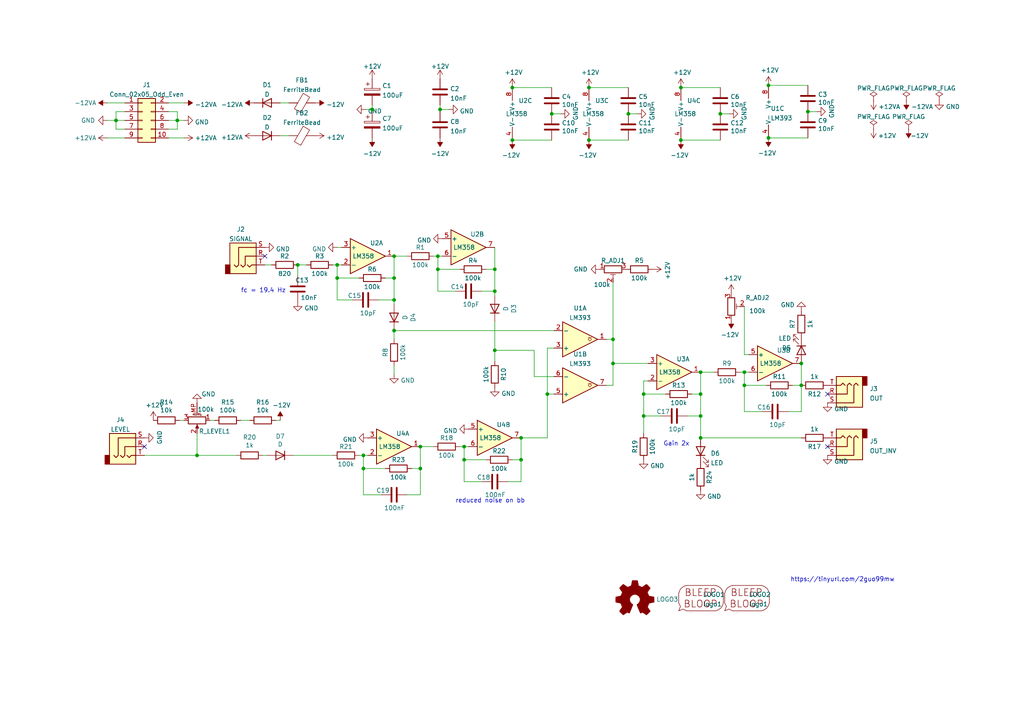
<source format=kicad_sch>
(kicad_sch (version 20211123) (generator eeschema)
  (paper "A4")
  (title_block (company "RobotDialogs"))
  (lib_symbols
    (symbol "Amplifier_Operational:LM358" (pin_names (offset 0.127))
      (property "Reference" "U" (at 0 5.08 0))
      (property "Value" "LM358" (at 0 -5.08 0))
      (symbol "LM358_1_1"
        (pin output line (at 7.62 0 180) (length 2.54) (name "~") (number "1"))
        (pin input line (at -7.62 -2.54 0) (length 2.54) (name "-") (number "2"))
        (pin input line (at -7.62 2.54 0) (length 2.54) (name "+") (number "3"))
      )
      (symbol "LM358_2_1"
        (pin input line (at -7.62 2.54 0) (length 2.54) (name "+") (number "5"))
        (pin input line (at -7.62 -2.54 0) (length 2.54) (name "-") (number "6"))
        (pin output line (at 7.62 0 180) (length 2.54) (name "~") (number "7"))
      )
      (symbol "LM358_3_1"
        (pin power_in line (at -2.54 -7.62 90) (length 3.81) (name "V-") (number "4"))
        (pin power_in line (at -2.54 7.62 270) (length 3.81) (name "V+") (number "8"))
      )
    )
    (symbol "Comparator:LM393" (pin_names (offset 0.127))
      (property "Reference" "U" (at 3.81 3.81 0))
      (property "Value" "LM393" (at 6.35 -3.81 0))
      (symbol "LM393_1_1"
        (pin open_collector line (at 7.62 0 180) (length 2.54) (name "~") (number "1"))
        (pin input line (at -7.62 -2.54 0) (length 2.54) (name "-") (number "2"))
        (pin input line (at -7.62 2.54 0) (length 2.54) (name "+") (number "3"))
      )
      (symbol "LM393_2_1"
        (pin input line (at -7.62 2.54 0) (length 2.54) (name "+") (number "5"))
        (pin input line (at -7.62 -2.54 0) (length 2.54) (name "-") (number "6"))
        (pin open_collector line (at 7.62 0 180) (length 2.54) (name "~") (number "7"))
      )
      (symbol "LM393_3_1"
        (pin power_in line (at -2.54 -7.62 90) (length 3.81) (name "V-") (number "4"))
        (pin power_in line (at -2.54 7.62 270) (length 3.81) (name "V+") (number "8"))
      )
    )
    (symbol "Connector:AudioJack3"
      (property "Reference" "J" (at 0 8.89 0))
      (property "Value" "AudioJack3" (at 0 6.35 0))
      (symbol "AudioJack3_1_1"
        (pin passive line (at 5.08 0 180) (length 2.54) (name "~") (number "R"))
        (pin passive line (at 5.08 2.54 180) (length 2.54) (name "~") (number "S"))
        (pin passive line (at 5.08 -2.54 180) (length 2.54) (name "~") (number "T"))
      )
    )
    (symbol "Connector_Generic:Conn_02x05_Odd_Even" (pin_names (offset 1.016) hide)
      (property "Reference" "J" (at 1.27 7.62 0))
      (property "Value" "Conn_02x05_Odd_Even" (at 1.27 -7.62 0))
      (symbol "Conn_02x05_Odd_Even_1_1"
        (pin passive line (at -5.08 5.08 0) (length 3.81) (name "Pin_1") (number "1"))
        (pin passive line (at 7.62 -5.08 180) (length 3.81) (name "Pin_10") (number "10"))
        (pin passive line (at 7.62 5.08 180) (length 3.81) (name "Pin_2") (number "2"))
        (pin passive line (at -5.08 2.54 0) (length 3.81) (name "Pin_3") (number "3"))
        (pin passive line (at 7.62 2.54 180) (length 3.81) (name "Pin_4") (number "4"))
        (pin passive line (at -5.08 0 0) (length 3.81) (name "Pin_5") (number "5"))
        (pin passive line (at 7.62 0 180) (length 3.81) (name "Pin_6") (number "6"))
        (pin passive line (at -5.08 -2.54 0) (length 3.81) (name "Pin_7") (number "7"))
        (pin passive line (at 7.62 -2.54 180) (length 3.81) (name "Pin_8") (number "8"))
        (pin passive line (at -5.08 -5.08 0) (length 3.81) (name "Pin_9") (number "9"))
      )
    )
    (symbol "Device:C" (pin_numbers hide) (pin_names (offset 0.254))
      (property "Reference" "C" (at 0.635 2.54 0))
      (property "Value" "C" (at 0.635 -2.54 0))
      (symbol "C_1_1"
        (pin passive line (at 0 3.81 270) (length 2.794) (name "~") (number "1"))
        (pin passive line (at 0 -3.81 90) (length 2.794) (name "~") (number "2"))
      )
    )
    (symbol "Device:C_Polarized" (pin_numbers hide) (pin_names (offset 0.254))
      (property "Reference" "C" (at 0.635 2.54 0))
      (property "Value" "C_Polarized" (at 0.635 -2.54 0))
      (symbol "C_Polarized_1_1"
        (pin passive line (at 0 3.81 270) (length 2.794) (name "~") (number "1"))
        (pin passive line (at 0 -3.81 90) (length 2.794) (name "~") (number "2"))
      )
    )
    (symbol "Device:D" (pin_numbers hide) (pin_names (offset 1.016) hide)
      (property "Reference" "D" (at 0 2.54 0))
      (property "Value" "D" (at 0 -2.54 0))
      (symbol "D_1_1"
        (pin passive line (at -3.81 0 0) (length 2.54) (name "K") (number "1"))
        (pin passive line (at 3.81 0 180) (length 2.54) (name "A") (number "2"))
      )
    )
    (symbol "Device:FerriteBead" (pin_numbers hide) (pin_names (offset 0))
      (property "Reference" "FB" (at -3.81 0.635 90))
      (property "Value" "FerriteBead" (at 3.81 0 90))
      (symbol "FerriteBead_1_1"
        (pin passive line (at 0 3.81 270) (length 2.54) (name "~") (number "1"))
        (pin passive line (at 0 -3.81 90) (length 2.54) (name "~") (number "2"))
      )
    )
    (symbol "Device:LED" (pin_numbers hide) (pin_names (offset 1.016) hide)
      (property "Reference" "D" (at 0 2.54 0))
      (property "Value" "LED" (at 0 -2.54 0))
      (symbol "LED_1_1"
        (pin passive line (at -3.81 0 0) (length 2.54) (name "K") (number "1"))
        (pin passive line (at 3.81 0 180) (length 2.54) (name "A") (number "2"))
      )
    )
    (symbol "Device:R" (pin_numbers hide) (pin_names (offset 0))
      (property "Reference" "R" (at 2.032 0 90))
      (property "Value" "R" (at 0 0 90))
      (symbol "R_1_1"
        (pin passive line (at 0 3.81 270) (length 1.27) (name "~") (number "1"))
        (pin passive line (at 0 -3.81 90) (length 1.27) (name "~") (number "2"))
      )
    )
    (symbol "Device:R_Potentiometer_MountingPin" (pin_names (offset 1.016) hide)
      (property "Reference" "RV" (at -8.255 0 90))
      (property "Value" "R_Potentiometer_MountingPin" (at -6.35 0 90))
      (symbol "R_Potentiometer_MountingPin_1_1"
        (text "Mounting" (at -1.651 0 900) (effects (font (size 0.381 0.381))))
        (pin passive line (at 0 3.81 270) (length 1.27) (name "1") (number "1"))
        (pin passive line (at 3.81 0 180) (length 1.27) (name "2") (number "2"))
        (pin passive line (at 0 -3.81 90) (length 1.27) (name "3") (number "3"))
        (pin passive line (at -5.08 0 0) (length 3.048) (name "MountPin") (number "MP"))
      )
    )
    (symbol "Device:R_Potentiometer_Trim" (pin_names (offset 1.016) hide)
      (property "Reference" "RV" (at -4.445 0 90))
      (property "Value" "R_Potentiometer_Trim" (at -2.54 0 90))
      (symbol "R_Potentiometer_Trim_1_1"
        (pin passive line (at 0 3.81 270) (length 1.27) (name "1") (number "1"))
        (pin passive line (at 3.81 0 180) (length 1.27) (name "2") (number "2"))
        (pin passive line (at 0 -3.81 90) (length 1.27) (name "3") (number "3"))
      )
    )
    (symbol "My Stuff:Logo_Open_Hardware_Small" (pin_names (offset 1.016))
      (property "Reference" "LOGO1" (at 0 6.985 0))
    )
    (symbol "My Stuff:logo1" (pin_names (offset 1.016))
      (property "Reference" "LOGO" (at 0 -4.826 0))
      (property "Value" "logo1" (at 0 4.826 0))
      (symbol "logo1_0_0"
        (text "" (at -1.27 1.27 0) (effects (font (size 1.27 1.27))))
        (text "BLEEP" (at 0 1.524 0) (effects (font (size 2 2))))
        (text "BLOOP" (at 0 -1.778 0) (effects (font (size 2 2))))
      )
    )
    (symbol "power:+12V" (power) (pin_names (offset 0))
      (property "Value" "+12V" (at 0 3.556 0))
      (symbol "+12V_1_1"
        (pin power_in line (at 0 0 90) (length 0) hide (name "+12V") (number "1"))
      )
    )
    (symbol "power:+12VA" (power) (pin_names (offset 0))
      (property "Value" "+12VA" (at 0 3.556 0))
      (symbol "+12VA_1_1"
        (pin power_in line (at 0 0 90) (length 0) hide (name "+12VA") (number "1"))
      )
    )
    (symbol "power:-12V" (power) (pin_names (offset 0))
      (property "Value" "-12V" (at 0 3.81 0))
      (symbol "-12V_0_0"
        (pin power_in line (at 0 0 90) (length 0) hide (name "-12V") (number "1"))
      )
    )
    (symbol "power:-12VA" (power) (pin_names (offset 0))
      (property "Value" "-12VA" (at 0 3.556 0))
      (symbol "-12VA_0_0"
        (pin power_in line (at 0 0 90) (length 0) hide (name "-12VA") (number "1"))
      )
    )
    (symbol "power:GND" (power) (pin_names (offset 0))
      (property "Value" "GND" (at 0 -3.81 0))
      (symbol "GND_1_1"
        (pin power_in line (at 0 0 270) (length 0) hide (name "GND") (number "1"))
      )
    )
    (symbol "power:PWR_FLAG" (power) (pin_numbers hide) (pin_names (offset 0) hide)
      (property "Value" "PWR_FLAG" (at 0 3.81 0))
      (symbol "PWR_FLAG_0_0"
        (pin power_out line (at 0 0 90) (length 0) (name "pwr") (number "1"))
      )
    )
  )
  (junction (at 51.435 34.925))
  (junction (at 114.3 80.645))
  (junction (at 170.815 40.64))
  (junction (at 203.2 107.95))
  (junction (at 105.41 135.89))
  (junction (at 215.9 107.95))
  (junction (at 177.8 105.41))
  (junction (at 232.41 105.41))
  (junction (at 186.69 114.3))
  (junction (at 143.51 84.455))
  (junction (at 197.485 40.64))
  (junction (at 151.13 133.35))
  (junction (at 148.59 25.4))
  (junction (at 222.885 24.765))
  (junction (at 134.62 129.54))
  (junction (at 203.2 114.3))
  (junction (at 134.62 133.35))
  (junction (at 105.41 132.08))
  (junction (at 158.75 114.3))
  (junction (at 114.3 86.995))
  (junction (at 160.02 33.02))
  (junction (at 151.13 127))
  (junction (at 114.3 74.295))
  (junction (at 148.59 40.64))
  (junction (at 33.655 34.925))
  (junction (at 121.92 129.54))
  (junction (at 203.2 127))
  (junction (at 232.41 111.76))
  (junction (at 127.635 31.75))
  (junction (at 57.15 132.08))
  (junction (at 127 74.295))
  (junction (at 215.9 111.76))
  (junction (at 203.2 120.65))
  (junction (at 97.79 76.835))
  (junction (at 107.95 31.75))
  (junction (at 208.915 33.02))
  (junction (at 97.79 80.645))
  (junction (at 177.8 98.425))
  (junction (at 86.36 76.835))
  (junction (at 114.3 95.885))
  (junction (at 186.69 120.65))
  (junction (at 197.485 25.4))
  (junction (at 121.92 135.89))
  (junction (at 127 78.105))
  (junction (at 143.51 101.6))
  (junction (at 170.815 25.4))
  (junction (at 222.885 40.005))
  (junction (at 234.315 32.385))
  (junction (at 143.51 78.105))
  (junction (at 182.245 33.02))
  (no_connect (at 41.91 129.54))
  (no_connect (at 240.03 114.3))
  (no_connect (at 240.03 129.54))
  (no_connect (at 76.835 74.295))
  (wire (pts (xy 127 74.295) (xy 128.27 74.295)))
  (wire (pts (xy 81.28 29.845) (xy 83.82 29.845)))
  (wire (pts (xy 110.49 143.51) (xy 105.41 143.51)))
  (wire (pts (xy 139.7 84.455) (xy 143.51 84.455)))
  (wire (pts (xy 214.63 107.95) (xy 215.9 107.95)))
  (wire (pts (xy 217.17 102.87) (xy 215.9 102.87)))
  (wire (pts (xy 147.32 139.7) (xy 151.13 139.7)))
  (wire (pts (xy 151.13 133.35) (xy 148.59 133.35)))
  (wire (pts (xy 121.92 135.89) (xy 119.38 135.89)))
  (wire (pts (xy 107.95 31.75) (xy 107.95 32.385)))
  (wire (pts (xy 186.69 120.65) (xy 186.69 114.3)))
  (wire (pts (xy 106.045 31.75) (xy 107.95 31.75)))
  (wire (pts (xy 222.885 40.005) (xy 234.315 40.005)))
  (wire (pts (xy 114.3 86.995) (xy 114.3 80.645)))
  (wire (pts (xy 177.8 81.915) (xy 177.8 98.425)))
  (wire (pts (xy 118.11 143.51) (xy 121.92 143.51)))
  (wire (pts (xy 104.14 132.08) (xy 105.41 132.08)))
  (wire (pts (xy 182.245 33.02) (xy 184.785 33.02)))
  (wire (pts (xy 151.13 127) (xy 158.75 127)))
  (wire (pts (xy 143.51 101.6) (xy 143.51 104.775)))
  (wire (pts (xy 151.13 139.7) (xy 151.13 133.35)))
  (wire (pts (xy 151.13 127) (xy 151.13 133.35)))
  (wire (pts (xy 197.485 40.64) (xy 208.915 40.64)))
  (wire (pts (xy 158.75 100.965) (xy 158.75 114.3)))
  (wire (pts (xy 175.895 98.425) (xy 177.8 98.425)))
  (wire (pts (xy 33.655 32.385) (xy 33.655 34.925)))
  (wire (pts (xy 36.195 32.385) (xy 33.655 32.385)))
  (wire (pts (xy 234.315 32.385) (xy 236.855 32.385)))
  (wire (pts (xy 51.435 34.925) (xy 51.435 37.465)))
  (wire (pts (xy 193.04 114.3) (xy 186.69 114.3)))
  (wire (pts (xy 104.14 80.645) (xy 97.79 80.645)))
  (wire (pts (xy 97.79 80.645) (xy 97.79 76.835)))
  (wire (pts (xy 143.51 78.105) (xy 140.97 78.105)))
  (wire (pts (xy 127 84.455) (xy 127 78.105)))
  (wire (pts (xy 158.75 114.3) (xy 158.75 127)))
  (wire (pts (xy 134.62 129.54) (xy 135.89 129.54)))
  (wire (pts (xy 143.51 84.455) (xy 143.51 78.105)))
  (wire (pts (xy 148.59 25.4) (xy 160.02 25.4)))
  (wire (pts (xy 127.635 31.75) (xy 130.175 31.75)))
  (wire (pts (xy 222.25 111.76) (xy 215.9 111.76)))
  (wire (pts (xy 41.91 132.08) (xy 57.15 132.08)))
  (wire (pts (xy 197.485 25.4) (xy 208.915 25.4)))
  (wire (pts (xy 114.3 95.885) (xy 160.655 95.885)))
  (wire (pts (xy 105.41 132.08) (xy 106.68 132.08)))
  (wire (pts (xy 81.28 121.92) (xy 80.01 121.92)))
  (wire (pts (xy 105.41 143.51) (xy 105.41 135.89)))
  (wire (pts (xy 31.115 29.845) (xy 36.195 29.845)))
  (wire (pts (xy 215.9 107.95) (xy 217.17 107.95)))
  (wire (pts (xy 186.69 110.49) (xy 187.96 110.49)))
  (wire (pts (xy 208.915 33.02) (xy 211.455 33.02)))
  (wire (pts (xy 170.815 25.4) (xy 182.245 25.4)))
  (wire (pts (xy 154.94 109.22) (xy 154.94 101.6)))
  (wire (pts (xy 114.3 74.295) (xy 114.3 80.645)))
  (wire (pts (xy 177.8 105.41) (xy 177.8 111.76)))
  (wire (pts (xy 114.3 108.585) (xy 114.3 106.045)))
  (wire (pts (xy 160.02 33.02) (xy 162.56 33.02)))
  (wire (pts (xy 33.655 34.925) (xy 36.195 34.925)))
  (wire (pts (xy 114.3 80.645) (xy 111.76 80.645)))
  (wire (pts (xy 69.85 121.92) (xy 72.39 121.92)))
  (wire (pts (xy 228.6 119.38) (xy 232.41 119.38)))
  (wire (pts (xy 57.15 132.08) (xy 68.58 132.08)))
  (wire (pts (xy 177.8 111.76) (xy 175.895 111.76)))
  (wire (pts (xy 127 78.105) (xy 127 74.295)))
  (wire (pts (xy 86.36 76.835) (xy 88.9 76.835)))
  (wire (pts (xy 121.92 143.51) (xy 121.92 135.89)))
  (wire (pts (xy 177.8 98.425) (xy 177.8 105.41)))
  (wire (pts (xy 109.855 86.995) (xy 114.3 86.995)))
  (wire (pts (xy 203.2 127) (xy 203.2 120.65)))
  (wire (pts (xy 132.08 84.455) (xy 127 84.455)))
  (wire (pts (xy 232.41 105.41) (xy 232.41 111.76)))
  (wire (pts (xy 140.97 133.35) (xy 134.62 133.35)))
  (wire (pts (xy 48.895 29.845) (xy 53.34 29.845)))
  (wire (pts (xy 48.895 32.385) (xy 51.435 32.385)))
  (wire (pts (xy 33.655 34.925) (xy 33.655 37.465)))
  (wire (pts (xy 232.41 119.38) (xy 232.41 111.76)))
  (wire (pts (xy 127.635 31.75) (xy 127.635 32.385)))
  (wire (pts (xy 51.435 34.925) (xy 53.34 34.925)))
  (wire (pts (xy 97.79 76.835) (xy 99.06 76.835)))
  (wire (pts (xy 121.92 129.54) (xy 125.73 129.54)))
  (wire (pts (xy 203.2 120.65) (xy 203.2 114.3)))
  (wire (pts (xy 133.35 129.54) (xy 134.62 129.54)))
  (wire (pts (xy 76.2 132.08) (xy 77.47 132.08)))
  (wire (pts (xy 51.435 32.385) (xy 51.435 34.925)))
  (wire (pts (xy 111.76 135.89) (xy 105.41 135.89)))
  (wire (pts (xy 215.9 102.87) (xy 215.9 88.9)))
  (wire (pts (xy 232.41 127) (xy 203.2 127)))
  (wire (pts (xy 81.28 39.37) (xy 83.82 39.37)))
  (wire (pts (xy 51.435 37.465) (xy 48.895 37.465)))
  (wire (pts (xy 97.79 71.755) (xy 99.06 71.755)))
  (wire (pts (xy 133.35 78.105) (xy 127 78.105)))
  (wire (pts (xy 114.3 95.885) (xy 114.3 98.425)))
  (wire (pts (xy 52.07 121.92) (xy 53.34 121.92)))
  (wire (pts (xy 143.51 93.345) (xy 143.51 101.6)))
  (wire (pts (xy 177.8 105.41) (xy 187.96 105.41)))
  (wire (pts (xy 114.3 74.295) (xy 118.11 74.295)))
  (wire (pts (xy 102.235 86.995) (xy 97.79 86.995)))
  (wire (pts (xy 97.79 86.995) (xy 97.79 80.645)))
  (wire (pts (xy 57.15 125.73) (xy 57.15 132.08)))
  (wire (pts (xy 127.635 30.48) (xy 127.635 31.75)))
  (wire (pts (xy 33.655 37.465) (xy 36.195 37.465)))
  (wire (pts (xy 160.655 109.22) (xy 154.94 109.22)))
  (wire (pts (xy 143.51 85.725) (xy 143.51 84.455)))
  (wire (pts (xy 114.3 88.265) (xy 114.3 86.995)))
  (wire (pts (xy 203.2 114.3) (xy 200.66 114.3)))
  (wire (pts (xy 203.2 107.95) (xy 203.2 114.3)))
  (wire (pts (xy 134.62 139.7) (xy 139.7 139.7)))
  (wire (pts (xy 186.69 125.73) (xy 186.69 120.65)))
  (wire (pts (xy 48.895 40.005) (xy 53.34 40.005)))
  (wire (pts (xy 76.835 76.835) (xy 78.74 76.835)))
  (wire (pts (xy 105.41 135.89) (xy 105.41 132.08)))
  (wire (pts (xy 191.77 120.65) (xy 186.69 120.65)))
  (wire (pts (xy 160.655 100.965) (xy 158.75 100.965)))
  (wire (pts (xy 186.69 114.3) (xy 186.69 110.49)))
  (wire (pts (xy 31.115 34.925) (xy 33.655 34.925)))
  (wire (pts (xy 170.815 40.64) (xy 182.245 40.64)))
  (wire (pts (xy 220.98 119.38) (xy 215.9 119.38)))
  (wire (pts (xy 86.36 80.01) (xy 86.36 76.835)))
  (wire (pts (xy 85.09 132.08) (xy 96.52 132.08)))
  (wire (pts (xy 215.9 111.76) (xy 215.9 107.95)))
  (wire (pts (xy 158.75 114.3) (xy 160.655 114.3)))
  (wire (pts (xy 143.51 71.755) (xy 143.51 78.105)))
  (wire (pts (xy 148.59 40.64) (xy 160.02 40.64)))
  (wire (pts (xy 121.92 129.54) (xy 121.92 135.89)))
  (wire (pts (xy 134.62 133.35) (xy 134.62 129.54)))
  (wire (pts (xy 199.39 120.65) (xy 203.2 120.65)))
  (wire (pts (xy 222.885 24.765) (xy 234.315 24.765)))
  (wire (pts (xy 48.895 34.925) (xy 51.435 34.925)))
  (wire (pts (xy 36.195 40.005) (xy 31.115 40.005)))
  (wire (pts (xy 203.2 107.95) (xy 207.01 107.95)))
  (wire (pts (xy 232.41 111.76) (xy 229.87 111.76)))
  (wire (pts (xy 154.94 101.6) (xy 143.51 101.6)))
  (wire (pts (xy 96.52 76.835) (xy 97.79 76.835)))
  (wire (pts (xy 125.73 74.295) (xy 127 74.295)))
  (wire (pts (xy 107.95 30.48) (xy 107.95 31.75)))
  (wire (pts (xy 134.62 139.7) (xy 134.62 133.35)))
  (wire (pts (xy 215.9 119.38) (xy 215.9 111.76)))
  (wire (pts (xy 60.96 121.92) (xy 62.23 121.92)))
  (text "fc = 19.4 Hz" (at 69.85 85.09 0) (effects (font (size 1.27 1.27)) (justify left bottom)))
  (text "reduced noise on bb" (at 132.08 146.05 0) (effects (font (size 1.27 1.27)) (justify left bottom)))
  (text "Gain 2x" (at 192.405 129.54 0) (effects (font (size 1.27 1.27)) (justify left bottom)))
  (text "https://tinyurl.com/2guo99mw" (at 229.235 168.91 0) (effects (font (size 1.27 1.27)) (justify left bottom)))
  (symbol (lib_id "power:GND") (at 128.27 69.215 270) (unit 1)
    (property "Reference" "#PWR034" (effects hide))
    (property "Value" "GND" (at 125.0951 69.694 90) (effects (justify right)))
  )
  (symbol (lib_id "Connector:AudioJack3") (at 71.755 74.295 0) (unit 1)
    (property "Reference" "J2" (at 69.85 66.5185 0))
    (property "Value" "SIGNAL" (at 69.85 69.2936 0))
    (property "Footprint" "My Stuff:Jack_3.5mm_MJ-355W_Vertical" (effects hide))
  )
  (symbol (lib_id "power:-12V") (at 197.485 40.64 180) (unit 1)
    (property "Reference" "#PWR033" (effects hide))
    (property "Value" "-12V" (at 197.104 45.0342 0))
  )
  (symbol (lib_id "Device:D") (at 77.47 29.845 0) (unit 1)
    (property "Reference" "D1" (at 77.47 24.6085 0))
    (property "Value" "D" (at 77.47 27.3836 0))
    (property "Footprint" "Diode_THT:D_A-405_P2.54mm_Vertical_KathodeUp" (effects hide))
  )
  (symbol (lib_id "Amplifier_Operational:LM358") (at 224.79 105.41 0) (unit 2)
    (property "Reference" "U3" (at 227.33 101.6 0))
    (property "Value" "LM358" (at 223.52 105.41 0))
    (property "Footprint" "Package_DIP:DIP-8_W7.62mm_Socket_LongPads" (effects hide))
    (property "Datasheet" "http://www.ti.com/lit/ds/symlink/lm2904-n.pdf" (effects hide))
  )
  (symbol (lib_id "Device:C_Polarized") (at 107.95 26.67 0) (unit 1)
    (property "Reference" "C1" (at 110.871 24.8725 0) (effects (justify left)))
    (property "Value" "100uF" (at 110.871 27.6476 0) (effects (justify left)))
    (property "Footprint" "Capacitor_THT:CP_Radial_D5.0mm_P2.50mm" (effects hide))
  )
  (symbol (lib_id "power:GND") (at 186.69 133.35 0) (unit 1)
    (property "Reference" "#PWR053" (effects hide))
    (property "Value" "GND" (at 188.595 135.099 0) (effects (justify left)))
  )
  (symbol (lib_id "power:GND") (at 97.79 71.755 270) (unit 1)
    (property "Reference" "#PWR036" (effects hide))
    (property "Value" "GND" (at 94.6151 72.234 90) (effects (justify right)))
  )
  (symbol (lib_id "power:+12VA") (at 31.115 40.005 90) (unit 1)
    (property "Reference" "#PWR026" (effects hide))
    (property "Value" "+12VA" (at 21.59 40.005 90) (effects (justify right)))
  )
  (symbol (lib_id "Device:R") (at 114.3 102.235 0) (unit 1)
    (property "Reference" "R8" (at 111.76 102.235 90))
    (property "Value" "100k" (at 116.84 102.235 90))
    (property "Footprint" "Resistor_SMD:R_1206_3216Metric_Pad1.30x1.75mm_HandSolder" (effects hide))
  )
  (symbol (lib_id "Device:D") (at 81.28 132.08 180) (unit 1)
    (property "Reference" "D7" (at 81.28 126.5682 0))
    (property "Value" "D" (at 81.28 128.8796 0))
    (property "Footprint" "Diode_THT:D_A-405_P2.54mm_Vertical_KathodeUp" (effects hide))
  )
  (symbol (lib_id "Device:C") (at 182.245 29.21 180) (unit 1)
    (property "Reference" "C5" (at 185.166 28.0416 0) (effects (justify right)))
    (property "Value" "10nF" (at 185.166 30.353 0) (effects (justify right)))
    (property "Footprint" "Capacitor_SMD:C_1206_3216Metric_Pad1.33x1.80mm_HandSolder" (effects hide))
  )
  (symbol (lib_id "power:-12VA") (at 262.89 29.21 180) (unit 1)
    (property "Reference" "#PWR08" (effects hide))
    (property "Value" "-12VA" (at 264.287 30.959 0) (effects (justify right)))
  )
  (symbol (lib_id "Device:R_Potentiometer_Trim") (at 212.09 88.9 0) (mirror x) (unit 1)
    (property "Reference" "R_ADJ2" (at 219.71 86.36 0))
    (property "Value" "100k" (at 219.71 90.17 0))
    (property "Footprint" "Potentiometer_THT:Potentiometer_Bourns_3296W_Vertical" (effects hide))
  )
  (symbol (lib_id "power:+12V") (at 107.95 22.86 0) (unit 1)
    (property "Reference" "#PWR01" (effects hide))
    (property "Value" "+12V" (at 107.95 19.2555 0))
  )
  (symbol (lib_id "Connector_Generic:Conn_02x05_Odd_Even") (at 41.275 34.925 0) (unit 1)
    (property "Reference" "J1" (at 42.545 24.6085 0))
    (property "Value" "Conn_02x05_Odd_Even" (at 42.545 27.3836 0))
    (property "Footprint" "Connector_IDC:IDC-Header_2x05_P2.54mm_Vertical" (effects hide))
  )
  (symbol (lib_id "Device:C") (at 127.635 26.67 0) (unit 1)
    (property "Reference" "C2" (at 130.556 25.7615 0) (effects (justify left)))
    (property "Value" "10nF" (at 130.556 28.5366 0) (effects (justify left)))
    (property "Footprint" "Capacitor_SMD:C_1206_3216Metric_Pad1.33x1.80mm_HandSolder" (effects hide))
  )
  (symbol (lib_id "Device:C") (at 135.89 84.455 270) (unit 1)
    (property "Reference" "C14" (at 134.62 83.185 90) (effects (justify right)))
    (property "Value" "10pF" (at 139.065 88.265 90) (effects (justify right)))
    (property "Footprint" "Capacitor_SMD:C_1206_3216Metric_Pad1.33x1.80mm_HandSolder" (effects hide))
  )
  (symbol (lib_id "Device:C") (at 160.02 36.83 180) (unit 1)
    (property "Reference" "C10" (at 162.941 35.6616 0) (effects (justify right)))
    (property "Value" "10nF" (at 162.941 37.973 0) (effects (justify right)))
    (property "Footprint" "Capacitor_SMD:C_1206_3216Metric_Pad1.33x1.80mm_HandSolder" (effects hide))
  )
  (symbol (lib_id "My Stuff:Logo_Open_Hardware_Small") (at 184.15 173.99 0) (unit 1)
    (property "Reference" "LOGO3" (at 190.3476 173.834 0) (effects (justify left)))
    (property "Value" "Logo_Open_Hardware_Small" (effects hide))
    (property "Footprint" "Symbol:OSHW-Symbol_6.7x6mm_SilkScreen" (effects hide))
  )
  (symbol (lib_id "power:-12V") (at 107.95 40.005 180) (unit 1)
    (property "Reference" "#PWR028" (effects hide))
    (property "Value" "-12V" (at 107.95 44.5675 0))
  )
  (symbol (lib_id "power:+12V") (at 91.44 39.37 270) (unit 1)
    (property "Reference" "#PWR025" (effects hide))
    (property "Value" "+12V" (at 94.615 39.849 90) (effects (justify left)))
  )
  (symbol (lib_id "Device:R_Potentiometer_Trim") (at 177.8 78.105 90) (mirror x) (unit 1)
    (property "Reference" "R_ADJ1" (at 177.8 75.565 90))
    (property "Value" "100k" (at 174.625 82.55 90))
    (property "Footprint" "Potentiometer_THT:Potentiometer_Bourns_3296W_Vertical" (effects hide))
  )
  (symbol (lib_id "power:-12V") (at 148.59 40.64 180) (unit 1)
    (property "Reference" "#PWR031" (effects hide))
    (property "Value" "-12V" (at 148.209 45.0342 0))
  )
  (symbol (lib_id "Device:R") (at 203.2 138.43 180) (unit 1)
    (property "Reference" "R24" (at 205.74 138.43 90))
    (property "Value" "1k" (at 200.66 138.43 90))
    (property "Footprint" "Resistor_SMD:R_1206_3216Metric_Pad1.30x1.75mm_HandSolder" (effects hide))
  )
  (symbol (lib_id "power:-12V") (at 170.815 40.64 180) (unit 1)
    (property "Reference" "#PWR032" (effects hide))
    (property "Value" "-12V" (at 170.434 45.0342 0))
  )
  (symbol (lib_id "power:-12VA") (at 31.115 29.845 90) (unit 1)
    (property "Reference" "#PWR010" (effects hide))
    (property "Value" "-12VA" (at 21.59 29.845 90) (effects (justify right)))
  )
  (symbol (lib_id "Device:C") (at 182.245 36.83 180) (unit 1)
    (property "Reference" "C11" (at 185.166 35.6616 0) (effects (justify right)))
    (property "Value" "10nF" (at 185.166 37.973 0) (effects (justify right)))
    (property "Footprint" "Capacitor_SMD:C_1206_3216Metric_Pad1.33x1.80mm_HandSolder" (effects hide))
  )
  (symbol (lib_id "power:GND") (at 236.855 32.385 90) (unit 1)
    (property "Reference" "#PWR016" (effects hide))
    (property "Value" "GND" (at 241.2492 32.258 0))
  )
  (symbol (lib_id "power:-12V") (at 263.525 37.465 180) (unit 1)
    (property "Reference" "#PWR023" (effects hide))
    (property "Value" "-12V" (at 266.7 39.37 0))
  )
  (symbol (lib_id "power:GND") (at 162.56 33.02 90) (unit 1)
    (property "Reference" "#PWR017" (effects hide))
    (property "Value" "GND" (at 166.9542 32.893 0))
  )
  (symbol (lib_id "power:GND") (at 143.51 112.395 0) (unit 1)
    (property "Reference" "#PWR044" (effects hide))
    (property "Value" "GND" (at 145.415 114.144 0) (effects (justify left)))
  )
  (symbol (lib_id "Device:R") (at 232.41 93.98 0) (unit 1)
    (property "Reference" "R7" (at 229.87 93.98 90))
    (property "Value" "1k" (at 234.95 93.98 90))
    (property "Footprint" "Resistor_SMD:R_1206_3216Metric_Pad1.30x1.75mm_HandSolder" (effects hide))
  )
  (symbol (lib_id "Device:C_Polarized") (at 107.95 36.195 0) (unit 1)
    (property "Reference" "C7" (at 110.871 34.3975 0) (effects (justify left)))
    (property "Value" "100uF" (at 110.871 37.1726 0) (effects (justify left)))
    (property "Footprint" "Capacitor_THT:CP_Radial_D5.0mm_P2.50mm" (effects hide))
  )
  (symbol (lib_id "Device:R") (at 236.22 111.76 90) (unit 1)
    (property "Reference" "R12" (at 236.22 114.3 90))
    (property "Value" "1k" (at 236.22 109.22 90))
    (property "Footprint" "Resistor_SMD:R_1206_3216Metric_Pad1.30x1.75mm_HandSolder" (effects hide))
  )
  (symbol (lib_id "power:PWR_FLAG") (at 253.365 37.465 0) (unit 1)
    (property "Reference" "#FLG04" (effects hide))
    (property "Value" "PWR_FLAG" (at 253.365 33.8605 0))
  )
  (symbol (lib_id "power:GND") (at 240.03 132.08 0) (unit 1)
    (property "Reference" "#PWR052" (effects hide))
    (property "Value" "GND" (at 241.935 133.829 0) (effects (justify left)))
  )
  (symbol (lib_id "Amplifier_Operational:LM358") (at 143.51 127 0) (unit 2)
    (property "Reference" "U4" (at 146.05 123.19 0))
    (property "Value" "LM358" (at 142.24 127 0))
    (property "Footprint" "Package_DIP:DIP-8_W7.62mm_Socket_LongPads" (effects hide))
    (property "Datasheet" "http://www.ti.com/lit/ds/symlink/lm2904-n.pdf" (effects hide))
  )
  (symbol (lib_id "Device:C") (at 127.635 36.195 0) (unit 1)
    (property "Reference" "C8" (at 130.556 35.2865 0) (effects (justify left)))
    (property "Value" "10nF" (at 130.556 38.0616 0) (effects (justify left)))
    (property "Footprint" "Capacitor_SMD:C_1206_3216Metric_Pad1.33x1.80mm_HandSolder" (effects hide))
  )
  (symbol (lib_id "power:+12V") (at 44.45 121.92 0) (unit 1)
    (property "Reference" "#PWR047" (effects hide))
    (property "Value" "+12V" (at 44.831 117.5258 0))
  )
  (symbol (lib_id "Device:FerriteBead") (at 87.63 29.845 90) (unit 1)
    (property "Reference" "FB1" (at 87.5792 23.2369 90))
    (property "Value" "FerriteBead" (at 87.5792 26.012 90))
    (property "Footprint" "Inductor_THT:L_Axial_L6.6mm_D2.7mm_P2.54mm_Vertical_Vishay_IM-2" (effects hide))
  )
  (symbol (lib_id "Device:R") (at 210.82 107.95 270) (unit 1)
    (property "Reference" "R9" (at 210.82 105.41 90))
    (property "Value" "100k" (at 210.82 110.49 90))
    (property "Footprint" "Resistor_SMD:R_1206_3216Metric_Pad1.30x1.75mm_HandSolder" (effects hide))
  )
  (symbol (lib_id "Device:C") (at 224.79 119.38 270) (unit 1)
    (property "Reference" "C16" (at 223.52 118.11 90) (effects (justify right)))
    (property "Value" "10pF" (at 227.965 123.19 90) (effects (justify right)))
    (property "Footprint" "Capacitor_SMD:C_1206_3216Metric_Pad1.33x1.80mm_HandSolder" (effects hide))
  )
  (symbol (lib_id "power:GND") (at 106.68 127 270) (unit 1)
    (property "Reference" "#PWR051" (effects hide))
    (property "Value" "GND" (at 103.5051 127.479 90) (effects (justify right)))
  )
  (symbol (lib_id "power:+12V") (at 212.09 85.09 0) (unit 1)
    (property "Reference" "#PWR039" (effects hide))
    (property "Value" "+12V" (at 212.471 80.6958 0))
  )
  (symbol (lib_id "Device:R") (at 72.39 132.08 90) (unit 1)
    (property "Reference" "R20" (at 72.39 126.8222 90))
    (property "Value" "1k" (at 72.39 129.1336 90))
    (property "Footprint" "Resistor_SMD:R_1206_3216Metric_Pad1.30x1.75mm_HandSolder" (effects hide))
  )
  (symbol (lib_id "Device:C") (at 160.02 29.21 180) (unit 1)
    (property "Reference" "C4" (at 162.941 28.0416 0) (effects (justify right)))
    (property "Value" "10nF" (at 162.941 30.353 0) (effects (justify right)))
    (property "Footprint" "Capacitor_SMD:C_1206_3216Metric_Pad1.33x1.80mm_HandSolder" (effects hide))
  )
  (symbol (lib_id "Amplifier_Operational:LM358") (at 135.89 71.755 0) (unit 2)
    (property "Reference" "U2" (at 138.43 67.945 0))
    (property "Value" "LM358" (at 134.62 71.755 0))
    (property "Footprint" "Package_DIP:DIP-8_W7.62mm_Socket_LongPads" (effects hide))
    (property "Datasheet" "http://www.ti.com/lit/ds/symlink/lm2904-n.pdf" (effects hide))
  )
  (symbol (lib_id "Device:R") (at 100.33 132.08 270) (unit 1)
    (property "Reference" "R21" (at 100.33 129.54 90))
    (property "Value" "100k" (at 100.33 134.62 90))
    (property "Footprint" "Resistor_SMD:R_1206_3216Metric_Pad1.30x1.75mm_HandSolder" (effects hide))
  )
  (symbol (lib_id "power:GND") (at 57.15 116.84 180) (unit 1)
    (property "Reference" "#PWR045" (effects hide))
    (property "Value" "GND" (at 58.42 114.3 0) (effects (justify right)))
  )
  (symbol (lib_id "power:+12V") (at 253.365 37.465 180) (unit 1)
    (property "Reference" "#PWR022" (effects hide))
    (property "Value" "+12V" (at 254.635 39.37 0) (effects (justify right)))
  )
  (symbol (lib_id "Device:C") (at 195.58 120.65 270) (unit 1)
    (property "Reference" "C17" (at 194.31 119.38 90) (effects (justify right)))
    (property "Value" "10pF" (at 198.755 124.46 90) (effects (justify right)))
    (property "Footprint" "Capacitor_SMD:C_1206_3216Metric_Pad1.33x1.80mm_HandSolder" (effects hide))
  )
  (symbol (lib_id "Amplifier_Operational:LM358") (at 200.025 33.02 0) (unit 3)
    (property "Reference" "U4" (at 201.295 29.21 0))
    (property "Value" "LM358" (at 198.755 33.02 0))
    (property "Footprint" "Package_DIP:DIP-8_W7.62mm_Socket_LongPads" (effects hide))
    (property "Datasheet" "http://www.ti.com/lit/ds/symlink/lm2904-n.pdf" (effects hide))
  )
  (symbol (lib_id "Device:C") (at 143.51 139.7 270) (unit 1)
    (property "Reference" "C18" (at 142.24 138.43 90) (effects (justify right)))
    (property "Value" "100nF" (at 146.685 143.51 90) (effects (justify right)))
    (property "Footprint" "Capacitor_SMD:C_1206_3216Metric_Pad1.33x1.80mm_HandSolder" (effects hide))
  )
  (symbol (lib_id "Comparator:LM393") (at 168.275 98.425 0) (mirror x) (unit 1)
    (property "Reference" "U1" (at 168.275 89.3785 0))
    (property "Value" "LM393" (at 168.275 92.1536 0))
    (property "Footprint" "Package_DIP:DIP-8_W7.62mm_Socket_LongPads" (effects hide))
    (property "Datasheet" "http://www.ti.com/lit/ds/symlink/lm393.pdf" (effects hide))
  )
  (symbol (lib_id "power:+12V") (at 189.23 78.105 270) (unit 1)
    (property "Reference" "#PWR038" (effects hide))
    (property "Value" "+12V" (at 193.6242 78.486 0))
  )
  (symbol (lib_id "Device:R") (at 76.2 121.92 90) (unit 1)
    (property "Reference" "R16" (at 76.2 116.6622 90))
    (property "Value" "10k" (at 76.2 118.9736 90))
    (property "Footprint" "Resistor_SMD:R_1206_3216Metric_Pad1.30x1.75mm_HandSolder" (effects hide))
  )
  (symbol (lib_id "Device:R") (at 185.42 78.105 270) (unit 1)
    (property "Reference" "R5" (at 185.42 75.565 90))
    (property "Value" "100k" (at 185.42 80.645 90))
    (property "Footprint" "Resistor_SMD:R_1206_3216Metric_Pad1.30x1.75mm_HandSolder" (effects hide))
  )
  (symbol (lib_id "Device:R") (at 48.26 121.92 90) (unit 1)
    (property "Reference" "R14" (at 48.26 116.6622 90))
    (property "Value" "10k" (at 48.26 118.9736 90))
    (property "Footprint" "Resistor_SMD:R_1206_3216Metric_Pad1.30x1.75mm_HandSolder" (effects hide))
  )
  (symbol (lib_id "power:+12VA") (at 253.365 29.21 180) (unit 1)
    (property "Reference" "#PWR07" (effects hide))
    (property "Value" "+12VA" (at 254.762 30.959 0) (effects (justify right)))
  )
  (symbol (lib_id "power:GND") (at 203.2 142.24 0) (unit 1)
    (property "Reference" "#PWR054" (effects hide))
    (property "Value" "GND" (at 205.105 143.989 0) (effects (justify left)))
  )
  (symbol (lib_id "power:PWR_FLAG") (at 272.415 29.21 0) (unit 1)
    (property "Reference" "#FLG03" (effects hide))
    (property "Value" "PWR_FLAG" (at 272.415 25.6055 0))
  )
  (symbol (lib_id "power:-12VA") (at 73.66 29.845 90) (unit 1)
    (property "Reference" "#PWR012" (effects hide))
    (property "Value" "-12VA" (at 70.485 30.324 90) (effects (justify left)))
  )
  (symbol (lib_id "Device:D") (at 114.3 92.075 90) (unit 1)
    (property "Reference" "D4" (at 119.8118 92.075 0))
    (property "Value" "D" (at 117.5004 92.075 0))
    (property "Footprint" "Diode_THT:D_A-405_P2.54mm_Vertical_KathodeUp" (effects hide))
  )
  (symbol (lib_id "power:GND") (at 232.41 90.17 180) (unit 1)
    (property "Reference" "#PWR041" (effects hide))
    (property "Value" "GND" (at 230.505 88.421 0) (effects (justify left)))
  )
  (symbol (lib_id "Comparator:LM393") (at 168.275 111.76 0) (mirror x) (unit 2)
    (property "Reference" "U1" (at 168.275 102.7135 0))
    (property "Value" "LM393" (at 168.275 105.4886 0))
    (property "Footprint" "Package_DIP:DIP-8_W7.62mm_Socket_LongPads" (effects hide))
    (property "Datasheet" "http://www.ti.com/lit/ds/symlink/lm393.pdf" (effects hide))
  )
  (symbol (lib_id "Device:R") (at 92.71 76.835 270) (unit 1)
    (property "Reference" "R3" (at 92.71 74.295 90))
    (property "Value" "100k" (at 92.71 79.375 90))
    (property "Footprint" "Resistor_SMD:R_1206_3216Metric_Pad1.30x1.75mm_HandSolder" (effects hide))
  )
  (symbol (lib_id "Device:R") (at 66.04 121.92 90) (unit 1)
    (property "Reference" "R15" (at 66.04 116.6622 90))
    (property "Value" "100k" (at 66.04 118.9736 90))
    (property "Footprint" "Resistor_SMD:R_1206_3216Metric_Pad1.30x1.75mm_HandSolder" (effects hide))
  )
  (symbol (lib_id "Device:R") (at 196.85 114.3 270) (unit 1)
    (property "Reference" "R13" (at 196.85 111.76 90))
    (property "Value" "100k" (at 196.85 116.84 90))
    (property "Footprint" "Resistor_SMD:R_1206_3216Metric_Pad1.30x1.75mm_HandSolder" (effects hide))
  )
  (symbol (lib_id "Device:R") (at 115.57 135.89 270) (unit 1)
    (property "Reference" "R23" (at 115.57 133.35 90))
    (property "Value" "100k" (at 115.57 138.43 90))
    (property "Footprint" "Resistor_SMD:R_1206_3216Metric_Pad1.30x1.75mm_HandSolder" (effects hide))
  )
  (symbol (lib_id "power:PWR_FLAG") (at 253.365 29.21 0) (unit 1)
    (property "Reference" "#FLG01" (effects hide))
    (property "Value" "PWR_FLAG" (at 253.365 25.6055 0))
  )
  (symbol (lib_id "Device:C") (at 86.36 83.82 0) (unit 1)
    (property "Reference" "C13" (at 89.535 81.28 0) (effects (justify right)))
    (property "Value" "10nF" (at 92.075 86.36 0) (effects (justify right)))
    (property "Footprint" "Capacitor_SMD:C_1206_3216Metric_Pad1.33x1.80mm_HandSolder" (effects hide))
  )
  (symbol (lib_id "power:GND") (at 130.175 31.75 90) (unit 1)
    (property "Reference" "#PWR015" (effects hide))
    (property "Value" "GND" (at 133.35 32.229 90) (effects (justify right)))
  )
  (symbol (lib_id "power:PWR_FLAG") (at 262.89 29.21 0) (unit 1)
    (property "Reference" "#FLG02" (effects hide))
    (property "Value" "PWR_FLAG" (at 262.89 25.6055 0))
  )
  (symbol (lib_id "power:GND") (at 86.36 87.63 0) (unit 1)
    (property "Reference" "#PWR040" (effects hide))
    (property "Value" "GND" (at 88.265 89.379 0) (effects (justify left)))
  )
  (symbol (lib_id "Device:R") (at 129.54 129.54 270) (unit 1)
    (property "Reference" "R18" (at 129.54 127 90))
    (property "Value" "100k" (at 129.54 132.08 90))
    (property "Footprint" "Resistor_SMD:R_1206_3216Metric_Pad1.30x1.75mm_HandSolder" (effects hide))
  )
  (symbol (lib_id "power:GND") (at 184.785 33.02 90) (unit 1)
    (property "Reference" "#PWR018" (effects hide))
    (property "Value" "GND" (at 189.1792 32.893 0))
  )
  (symbol (lib_id "Device:R_Potentiometer_MountingPin") (at 57.15 121.92 270) (unit 1)
    (property "Reference" "R_LEVEL1" (at 62.23 125.095 90))
    (property "Value" "100k" (at 59.69 118.745 90))
    (property "Footprint" "My Stuff:Potentiometer_Alpha_RD901F-40-00D_Single_Vertical_w_3d" (effects hide))
  )
  (symbol (lib_id "Device:C") (at 208.915 29.21 180) (unit 1)
    (property "Reference" "C6" (at 211.836 28.0416 0) (effects (justify right)))
    (property "Value" "10nF" (at 211.836 30.353 0) (effects (justify right)))
    (property "Footprint" "Capacitor_SMD:C_1206_3216Metric_Pad1.33x1.80mm_HandSolder" (effects hide))
  )
  (symbol (lib_id "power:+12V") (at 222.885 24.765 0) (unit 1)
    (property "Reference" "#PWR03" (effects hide))
    (property "Value" "+12V" (at 223.266 20.3708 0))
  )
  (symbol (lib_id "power:-12V") (at 212.09 92.71 180) (unit 1)
    (property "Reference" "#PWR042" (effects hide))
    (property "Value" "-12V" (at 211.709 97.1042 0))
  )
  (symbol (lib_id "power:+12V") (at 170.815 25.4 0) (unit 1)
    (property "Reference" "#PWR05" (effects hide))
    (property "Value" "+12V" (at 171.196 21.0058 0))
  )
  (symbol (lib_id "Device:R") (at 137.16 78.105 270) (unit 1)
    (property "Reference" "R4" (at 137.16 75.565 90))
    (property "Value" "100k" (at 137.16 80.645 90))
    (property "Footprint" "Resistor_SMD:R_1206_3216Metric_Pad1.30x1.75mm_HandSolder" (effects hide))
  )
  (symbol (lib_id "power:GND") (at 135.89 124.46 270) (unit 1)
    (property "Reference" "#PWR049" (effects hide))
    (property "Value" "GND" (at 132.7151 124.939 90) (effects (justify right)))
  )
  (symbol (lib_id "power:GND") (at 211.455 33.02 90) (unit 1)
    (property "Reference" "#PWR019" (effects hide))
    (property "Value" "GND" (at 215.8492 32.893 0))
  )
  (symbol (lib_id "Device:R") (at 82.55 76.835 270) (unit 1)
    (property "Reference" "R2" (at 82.55 74.295 90))
    (property "Value" "820" (at 82.55 79.375 90))
    (property "Footprint" "Resistor_SMD:R_1206_3216Metric_Pad1.30x1.75mm_HandSolder" (effects hide))
  )
  (symbol (lib_id "power:GND") (at 53.34 34.925 90) (unit 1)
    (property "Reference" "#PWR021" (effects hide))
    (property "Value" "GND" (at 56.515 35.404 90) (effects (justify right)))
  )
  (symbol (lib_id "Device:D") (at 143.51 89.535 90) (unit 1)
    (property "Reference" "D3" (at 149.0218 89.535 0))
    (property "Value" "D" (at 146.7104 89.535 0))
    (property "Footprint" "Diode_THT:D_A-405_P2.54mm_Vertical_KathodeUp" (effects hide))
  )
  (symbol (lib_id "power:GND") (at 114.3 108.585 0) (unit 1)
    (property "Reference" "#PWR043" (effects hide))
    (property "Value" "GND" (at 116.205 110.334 0) (effects (justify left)))
  )
  (symbol (lib_id "Device:C") (at 106.045 86.995 270) (unit 1)
    (property "Reference" "C15" (at 104.775 85.725 90) (effects (justify right)))
    (property "Value" "10pF" (at 109.22 90.805 90) (effects (justify right)))
    (property "Footprint" "Capacitor_SMD:C_1206_3216Metric_Pad1.33x1.80mm_HandSolder" (effects hide))
  )
  (symbol (lib_id "Connector:AudioJack3") (at 245.11 114.3 180) (unit 1)
    (property "Reference" "J3" (at 252.222 112.7565 0) (effects (justify right)))
    (property "Value" "OUT" (at 252.222 115.5316 0) (effects (justify right)))
    (property "Footprint" "My Stuff:Jack_3.5mm_MJ-355W_Vertical" (effects hide))
  )
  (symbol (lib_id "Connector:AudioJack3") (at 245.11 129.54 180) (unit 1)
    (property "Reference" "J5" (at 252.222 127.9965 0) (effects (justify right)))
    (property "Value" "OUT_INV" (at 252.222 130.7716 0) (effects (justify right)))
    (property "Footprint" "My Stuff:Jack_3.5mm_MJ-355W_Vertical" (effects hide))
  )
  (symbol (lib_id "Device:C") (at 234.315 36.195 180) (unit 1)
    (property "Reference" "C9" (at 237.236 35.0266 0) (effects (justify right)))
    (property "Value" "10nF" (at 237.236 37.338 0) (effects (justify right)))
    (property "Footprint" "Capacitor_SMD:C_1206_3216Metric_Pad1.33x1.80mm_HandSolder" (effects hide))
  )
  (symbol (lib_id "Device:R") (at 236.22 127 90) (unit 1)
    (property "Reference" "R17" (at 236.22 129.54 90))
    (property "Value" "1k" (at 236.22 124.46 90))
    (property "Footprint" "Resistor_SMD:R_1206_3216Metric_Pad1.30x1.75mm_HandSolder" (effects hide))
  )
  (symbol (lib_id "Device:FerriteBead") (at 87.63 39.37 90) (unit 1)
    (property "Reference" "FB2" (at 87.5792 32.7619 90))
    (property "Value" "FerriteBead" (at 87.5792 35.537 90))
    (property "Footprint" "Inductor_THT:L_Axial_L6.6mm_D2.7mm_P2.54mm_Vertical_Vishay_IM-2" (effects hide))
  )
  (symbol (lib_id "power:GND") (at 41.91 127 90) (unit 1)
    (property "Reference" "#PWR050" (effects hide))
    (property "Value" "GND" (at 46.3042 126.873 0))
  )
  (symbol (lib_id "power:+12V") (at 148.59 25.4 0) (unit 1)
    (property "Reference" "#PWR04" (effects hide))
    (property "Value" "+12V" (at 148.971 21.0058 0))
  )
  (symbol (lib_id "power:+12VA") (at 73.66 39.37 90) (unit 1)
    (property "Reference" "#PWR024" (effects hide))
    (property "Value" "+12VA" (at 70.485 39.849 90) (effects (justify left)))
  )
  (symbol (lib_id "Connector:AudioJack3") (at 36.83 129.54 0) (unit 1)
    (property "Reference" "J4" (at 34.925 121.7635 0))
    (property "Value" "LEVEL" (at 34.925 124.5386 0))
    (property "Footprint" "My Stuff:Jack_3.5mm_MJ-355W_Vertical" (effects hide))
  )
  (symbol (lib_id "power:+12V") (at 127.635 22.86 0) (unit 1)
    (property "Reference" "#PWR02" (effects hide))
    (property "Value" "+12V" (at 127.635 19.2555 0))
  )
  (symbol (lib_id "power:-12V") (at 91.44 29.845 270) (unit 1)
    (property "Reference" "#PWR013" (effects hide))
    (property "Value" "-12V" (at 94.615 30.324 90) (effects (justify left)))
  )
  (symbol (lib_id "Amplifier_Operational:LM358") (at 151.13 33.02 0) (unit 3)
    (property "Reference" "U2" (at 152.4 29.21 0))
    (property "Value" "LM358" (at 149.86 33.02 0))
    (property "Footprint" "Package_DIP:DIP-8_W7.62mm_Socket_LongPads" (effects hide))
    (property "Datasheet" "http://www.ti.com/lit/ds/symlink/lm2904-n.pdf" (effects hide))
  )
  (symbol (lib_id "Amplifier_Operational:LM358") (at 195.58 107.95 0) (unit 1)
    (property "Reference" "U3" (at 198.12 104.14 0))
    (property "Value" "LM358" (at 194.31 107.95 0))
    (property "Footprint" "Package_DIP:DIP-8_W7.62mm_Socket_LongPads" (effects hide))
    (property "Datasheet" "http://www.ti.com/lit/ds/symlink/lm2904-n.pdf" (effects hide))
  )
  (symbol (lib_id "Device:R") (at 186.69 129.54 0) (unit 1)
    (property "Reference" "R19" (at 184.15 129.54 90))
    (property "Value" "100k" (at 189.23 129.54 90))
    (property "Footprint" "Resistor_SMD:R_1206_3216Metric_Pad1.30x1.75mm_HandSolder" (effects hide))
  )
  (symbol (lib_id "Device:R") (at 226.06 111.76 270) (unit 1)
    (property "Reference" "R11" (at 226.06 109.22 90))
    (property "Value" "100k" (at 226.06 114.3 90))
    (property "Footprint" "Resistor_SMD:R_1206_3216Metric_Pad1.30x1.75mm_HandSolder" (effects hide))
  )
  (symbol (lib_id "My Stuff:logo1") (at 216.535 173.355 0) (unit 1)
    (property "Reference" "LOGO2" (at 217.17 172.4465 0) (effects (justify left)))
    (property "Value" "logo1" (at 217.17 175.2216 0) (effects (justify left)))
    (property "Footprint" "My Stuff:Logo2" (effects hide))
  )
  (symbol (lib_id "power:GND") (at 240.03 116.84 0) (unit 1)
    (property "Reference" "#PWR046" (effects hide))
    (property "Value" "GND" (at 241.935 118.589 0) (effects (justify left)))
  )
  (symbol (lib_id "Device:C") (at 234.315 28.575 180) (unit 1)
    (property "Reference" "C3" (at 237.236 27.4066 0) (effects (justify right)))
    (property "Value" "10nF" (at 237.236 29.718 0) (effects (justify right)))
    (property "Footprint" "Capacitor_SMD:C_1206_3216Metric_Pad1.33x1.80mm_HandSolder" (effects hide))
  )
  (symbol (lib_id "power:GND") (at 76.835 71.755 90) (unit 1)
    (property "Reference" "#PWR035" (effects hide))
    (property "Value" "GND" (at 80.01 72.234 90) (effects (justify right)))
  )
  (symbol (lib_id "Device:R") (at 121.92 74.295 270) (unit 1)
    (property "Reference" "R1" (at 121.92 71.755 90))
    (property "Value" "100k" (at 121.92 76.835 90))
    (property "Footprint" "Resistor_SMD:R_1206_3216Metric_Pad1.30x1.75mm_HandSolder" (effects hide))
  )
  (symbol (lib_id "power:GND") (at 106.045 31.75 270) (unit 1)
    (property "Reference" "#PWR014" (effects hide))
    (property "Value" "GND" (at 106.68 32.229 90) (effects (justify left)))
  )
  (symbol (lib_id "Device:R") (at 144.78 133.35 270) (unit 1)
    (property "Reference" "R22" (at 144.78 130.81 90))
    (property "Value" "100k" (at 144.78 135.89 90))
    (property "Footprint" "Resistor_SMD:R_1206_3216Metric_Pad1.30x1.75mm_HandSolder" (effects hide))
  )
  (symbol (lib_id "power:-12VA") (at 53.34 29.845 270) (unit 1)
    (property "Reference" "#PWR011" (effects hide))
    (property "Value" "-12VA" (at 56.515 30.324 90) (effects (justify left)))
  )
  (symbol (lib_id "Device:LED") (at 203.2 130.81 90) (unit 1)
    (property "Reference" "D6" (at 206.121 131.489 90) (effects (justify right)))
    (property "Value" "LED" (at 206.121 134.2641 90) (effects (justify right)))
    (property "Footprint" "LED_THT:LED_D3.0mm" (effects hide))
  )
  (symbol (lib_id "power:GND") (at 173.99 78.105 270) (unit 1)
    (property "Reference" "#PWR037" (effects hide))
    (property "Value" "GND" (at 166.37 78.105 90) (effects (justify left)))
  )
  (symbol (lib_id "Device:R") (at 107.95 80.645 270) (unit 1)
    (property "Reference" "R6" (at 107.95 78.105 90))
    (property "Value" "100k" (at 107.95 83.185 90))
    (property "Footprint" "Resistor_SMD:R_1206_3216Metric_Pad1.30x1.75mm_HandSolder" (effects hide))
  )
  (symbol (lib_id "power:+12VA") (at 53.34 40.005 270) (unit 1)
    (property "Reference" "#PWR027" (effects hide))
    (property "Value" "+12VA" (at 56.515 40.005 90) (effects (justify left)))
  )
  (symbol (lib_id "Comparator:LM393") (at 225.425 32.385 0) (unit 3)
    (property "Reference" "U1" (at 223.52 31.4765 0) (effects (justify left)))
    (property "Value" "LM393" (at 223.52 34.2516 0) (effects (justify left)))
    (property "Footprint" "Package_DIP:DIP-8_W7.62mm_Socket_LongPads" (effects hide))
    (property "Datasheet" "http://www.ti.com/lit/ds/symlink/lm393.pdf" (effects hide))
  )
  (symbol (lib_id "Device:C") (at 114.3 143.51 270) (unit 1)
    (property "Reference" "C19" (at 113.03 142.24 90) (effects (justify right)))
    (property "Value" "100nF" (at 117.475 147.32 90) (effects (justify right)))
    (property "Footprint" "Capacitor_SMD:C_1206_3216Metric_Pad1.33x1.80mm_HandSolder" (effects hide))
  )
  (symbol (lib_id "Device:C") (at 208.915 36.83 180) (unit 1)
    (property "Reference" "C12" (at 211.836 35.6616 0) (effects (justify right)))
    (property "Value" "10nF" (at 211.836 37.973 0) (effects (justify right)))
    (property "Footprint" "Capacitor_SMD:C_1206_3216Metric_Pad1.33x1.80mm_HandSolder" (effects hide))
  )
  (symbol (lib_id "power:GND") (at 272.415 29.21 0) (unit 1)
    (property "Reference" "#PWR09" (effects hide))
    (property "Value" "GND" (at 274.32 30.959 0) (effects (justify left)))
  )
  (symbol (lib_id "power:-12V") (at 222.885 40.005 180) (unit 1)
    (property "Reference" "#PWR030" (effects hide))
    (property "Value" "-12V" (at 222.504 44.3992 0))
  )
  (symbol (lib_id "power:-12V") (at 81.28 121.92 0) (unit 1)
    (property "Reference" "#PWR048" (effects hide))
    (property "Value" "-12V" (at 81.661 117.5258 0))
  )
  (symbol (lib_id "Device:R") (at 143.51 108.585 180) (unit 1)
    (property "Reference" "R10" (at 146.05 108.585 90))
    (property "Value" "100k" (at 140.97 108.585 90))
    (property "Footprint" "Resistor_SMD:R_1206_3216Metric_Pad1.30x1.75mm_HandSolder" (effects hide))
  )
  (symbol (lib_id "power:PWR_FLAG") (at 263.525 37.465 0) (unit 1)
    (property "Reference" "#FLG05" (effects hide))
    (property "Value" "PWR_FLAG" (at 263.525 33.8605 0))
  )
  (symbol (lib_id "Device:D") (at 77.47 39.37 180) (unit 1)
    (property "Reference" "D2" (at 77.47 34.1335 0))
    (property "Value" "D" (at 77.47 36.9086 0))
    (property "Footprint" "Diode_THT:D_A-405_P2.54mm_Vertical_KathodeUp" (effects hide))
  )
  (symbol (lib_id "Amplifier_Operational:LM358") (at 106.68 74.295 0) (unit 1)
    (property "Reference" "U2" (at 109.22 70.485 0))
    (property "Value" "LM358" (at 105.41 74.295 0))
    (property "Footprint" "Package_DIP:DIP-8_W7.62mm_Socket_LongPads" (effects hide))
    (property "Datasheet" "http://www.ti.com/lit/ds/symlink/lm2904-n.pdf" (effects hide))
  )
  (symbol (lib_id "Amplifier_Operational:LM358") (at 114.3 129.54 0) (unit 1)
    (property "Reference" "U4" (at 116.84 125.73 0))
    (property "Value" "LM358" (at 113.03 129.54 0))
    (property "Footprint" "Package_DIP:DIP-8_W7.62mm_Socket_LongPads" (effects hide))
    (property "Datasheet" "http://www.ti.com/lit/ds/symlink/lm2904-n.pdf" (effects hide))
  )
  (symbol (lib_id "My Stuff:logo1") (at 203.2 173.355 0) (unit 1)
    (property "Reference" "LOGO1" (at 203.835 172.4465 0) (effects (justify left)))
    (property "Value" "logo1" (at 203.835 175.2216 0) (effects (justify left)))
    (property "Footprint" "My Stuff:Logo1" (effects hide))
  )
  (symbol (lib_id "power:-12V") (at 127.635 40.005 180) (unit 1)
    (property "Reference" "#PWR029" (effects hide))
    (property "Value" "-12V" (at 127.635 44.5675 0))
  )
  (symbol (lib_id "power:GND") (at 31.115 34.925 270) (unit 1)
    (property "Reference" "#PWR020" (effects hide))
    (property "Value" "GND" (at 23.495 34.925 90) (effects (justify left)))
  )
  (symbol (lib_id "power:+12V") (at 197.485 25.4 0) (unit 1)
    (property "Reference" "#PWR06" (effects hide))
    (property "Value" "+12V" (at 197.866 21.0058 0))
  )
  (symbol (lib_id "Amplifier_Operational:LM358") (at 173.355 33.02 0) (unit 3)
    (property "Reference" "U3" (at 174.625 29.21 0))
    (property "Value" "LM358" (at 172.085 33.02 0))
    (property "Footprint" "Package_DIP:DIP-8_W7.62mm_Socket_LongPads" (effects hide))
    (property "Datasheet" "http://www.ti.com/lit/ds/symlink/lm2904-n.pdf" (effects hide))
  )
  (symbol (lib_id "Device:LED") (at 232.41 101.6 270) (unit 1)
    (property "Reference" "D5" (at 229.489 100.921 90) (effects (justify right)))
    (property "Value" "LED" (at 229.489 98.1459 90) (effects (justify right)))
    (property "Footprint" "LED_THT:LED_D3.0mm" (effects hide))
  )
)
</source>
